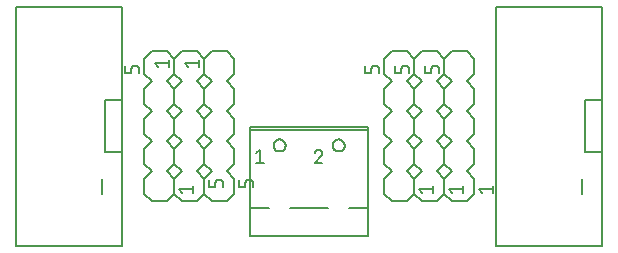
<source format=gto>
G75*
%MOIN*%
%OFA0B0*%
%FSLAX25Y25*%
%IPPOS*%
%LPD*%
%AMOC8*
5,1,8,0,0,1.08239X$1,22.5*
%
%ADD10C,0.00600*%
%ADD11C,0.00500*%
%ADD12C,0.00800*%
D10*
X0058981Y0024000D02*
X0061481Y0021500D01*
X0066481Y0021500D01*
X0068981Y0024000D01*
X0068981Y0029000D01*
X0066481Y0031500D01*
X0068981Y0034000D01*
X0068981Y0039000D01*
X0066481Y0041500D01*
X0068981Y0044000D01*
X0068981Y0049000D01*
X0066481Y0051500D01*
X0068981Y0054000D01*
X0068981Y0059000D01*
X0066481Y0061500D01*
X0068981Y0064000D01*
X0068981Y0069000D01*
X0066481Y0071500D01*
X0061481Y0071500D01*
X0058981Y0069000D01*
X0058981Y0064000D01*
X0061481Y0061500D01*
X0058981Y0059000D01*
X0058981Y0054000D01*
X0061481Y0051500D01*
X0058981Y0049000D01*
X0058981Y0044000D01*
X0061481Y0041500D01*
X0058981Y0039000D01*
X0058981Y0034000D01*
X0061481Y0031500D01*
X0058981Y0029000D01*
X0058981Y0024000D01*
X0068981Y0024000D02*
X0068981Y0029000D01*
X0071481Y0031500D01*
X0068981Y0034000D01*
X0068981Y0039000D01*
X0071481Y0041500D01*
X0068981Y0044000D01*
X0068981Y0049000D01*
X0071481Y0051500D01*
X0068981Y0054000D01*
X0068981Y0059000D01*
X0071481Y0061500D01*
X0068981Y0064000D01*
X0068981Y0069000D01*
X0071481Y0071500D01*
X0076481Y0071500D01*
X0078981Y0069000D01*
X0078981Y0064000D01*
X0076481Y0061500D01*
X0078981Y0059000D01*
X0078981Y0054000D01*
X0076481Y0051500D01*
X0078981Y0049000D01*
X0078981Y0044000D01*
X0076481Y0041500D01*
X0078981Y0039000D01*
X0078981Y0034000D01*
X0076481Y0031500D01*
X0078981Y0029000D01*
X0078981Y0024000D01*
X0076481Y0021500D01*
X0071481Y0021500D01*
X0068981Y0024000D01*
X0078981Y0024000D02*
X0078981Y0029000D01*
X0081481Y0031500D01*
X0078981Y0034000D01*
X0078981Y0039000D01*
X0081481Y0041500D01*
X0078981Y0044000D01*
X0078981Y0049000D01*
X0081481Y0051500D01*
X0078981Y0054000D01*
X0078981Y0059000D01*
X0081481Y0061500D01*
X0078981Y0064000D01*
X0078981Y0069000D01*
X0081481Y0071500D01*
X0086481Y0071500D01*
X0088981Y0069000D01*
X0088981Y0064000D01*
X0086481Y0061500D01*
X0088981Y0059000D01*
X0088981Y0054000D01*
X0086481Y0051500D01*
X0088981Y0049000D01*
X0088981Y0044000D01*
X0086481Y0041500D01*
X0088981Y0039000D01*
X0088981Y0034000D01*
X0086481Y0031500D01*
X0088981Y0029000D01*
X0088981Y0024000D01*
X0086481Y0021500D01*
X0081481Y0021500D01*
X0078981Y0024000D01*
X0094339Y0019402D02*
X0094339Y0045402D01*
X0094339Y0046201D01*
X0133638Y0046201D01*
X0133638Y0045402D01*
X0133638Y0019402D01*
X0133638Y0010000D01*
X0094339Y0010000D01*
X0094339Y0019402D01*
X0100638Y0019402D01*
X0107638Y0019402D02*
X0120339Y0019402D01*
X0127339Y0019402D02*
X0133638Y0019402D01*
X0138981Y0024000D02*
X0141481Y0021500D01*
X0146481Y0021500D01*
X0148981Y0024000D01*
X0151481Y0021500D01*
X0156481Y0021500D01*
X0158981Y0024000D01*
X0161481Y0021500D01*
X0166481Y0021500D01*
X0168981Y0024000D01*
X0168981Y0029000D01*
X0166481Y0031500D01*
X0168981Y0034000D01*
X0168981Y0039000D01*
X0166481Y0041500D01*
X0168981Y0044000D01*
X0168981Y0049000D01*
X0166481Y0051500D01*
X0168981Y0054000D01*
X0168981Y0059000D01*
X0166481Y0061500D01*
X0168981Y0064000D01*
X0168981Y0069000D01*
X0166481Y0071500D01*
X0161481Y0071500D01*
X0158981Y0069000D01*
X0158981Y0064000D01*
X0161481Y0061500D01*
X0158981Y0059000D01*
X0158981Y0054000D01*
X0161481Y0051500D01*
X0158981Y0049000D01*
X0158981Y0044000D01*
X0161481Y0041500D01*
X0158981Y0039000D01*
X0158981Y0034000D01*
X0161481Y0031500D01*
X0158981Y0029000D01*
X0158981Y0024000D01*
X0158981Y0029000D01*
X0156481Y0031500D01*
X0158981Y0034000D01*
X0158981Y0039000D01*
X0156481Y0041500D01*
X0158981Y0044000D01*
X0158981Y0049000D01*
X0156481Y0051500D01*
X0158981Y0054000D01*
X0158981Y0059000D01*
X0156481Y0061500D01*
X0158981Y0064000D01*
X0158981Y0069000D01*
X0156481Y0071500D01*
X0151481Y0071500D01*
X0148981Y0069000D01*
X0148981Y0064000D01*
X0151481Y0061500D01*
X0148981Y0059000D01*
X0148981Y0054000D01*
X0151481Y0051500D01*
X0148981Y0049000D01*
X0148981Y0044000D01*
X0151481Y0041500D01*
X0148981Y0039000D01*
X0148981Y0034000D01*
X0151481Y0031500D01*
X0148981Y0029000D01*
X0148981Y0024000D01*
X0148981Y0029000D01*
X0146481Y0031500D01*
X0148981Y0034000D01*
X0148981Y0039000D01*
X0146481Y0041500D01*
X0148981Y0044000D01*
X0148981Y0049000D01*
X0146481Y0051500D01*
X0148981Y0054000D01*
X0148981Y0059000D01*
X0146481Y0061500D01*
X0148981Y0064000D01*
X0148981Y0069000D01*
X0146481Y0071500D01*
X0141481Y0071500D01*
X0138981Y0069000D01*
X0138981Y0064000D01*
X0141481Y0061500D01*
X0138981Y0059000D01*
X0138981Y0054000D01*
X0141481Y0051500D01*
X0138981Y0049000D01*
X0138981Y0044000D01*
X0141481Y0041500D01*
X0138981Y0039000D01*
X0138981Y0034000D01*
X0141481Y0031500D01*
X0138981Y0029000D01*
X0138981Y0024000D01*
X0121838Y0040200D02*
X0121840Y0040289D01*
X0121846Y0040378D01*
X0121856Y0040467D01*
X0121870Y0040555D01*
X0121887Y0040642D01*
X0121909Y0040728D01*
X0121935Y0040814D01*
X0121964Y0040898D01*
X0121997Y0040981D01*
X0122033Y0041062D01*
X0122074Y0041142D01*
X0122117Y0041219D01*
X0122164Y0041295D01*
X0122215Y0041368D01*
X0122268Y0041439D01*
X0122325Y0041508D01*
X0122385Y0041574D01*
X0122448Y0041638D01*
X0122513Y0041698D01*
X0122581Y0041756D01*
X0122652Y0041810D01*
X0122725Y0041861D01*
X0122800Y0041909D01*
X0122877Y0041954D01*
X0122956Y0041995D01*
X0123037Y0042032D01*
X0123119Y0042066D01*
X0123203Y0042097D01*
X0123288Y0042123D01*
X0123374Y0042146D01*
X0123461Y0042164D01*
X0123549Y0042179D01*
X0123638Y0042190D01*
X0123727Y0042197D01*
X0123816Y0042200D01*
X0123905Y0042199D01*
X0123994Y0042194D01*
X0124082Y0042185D01*
X0124171Y0042172D01*
X0124258Y0042155D01*
X0124345Y0042135D01*
X0124431Y0042110D01*
X0124515Y0042082D01*
X0124598Y0042050D01*
X0124680Y0042014D01*
X0124760Y0041975D01*
X0124838Y0041932D01*
X0124914Y0041886D01*
X0124988Y0041836D01*
X0125060Y0041783D01*
X0125129Y0041727D01*
X0125196Y0041668D01*
X0125260Y0041606D01*
X0125321Y0041542D01*
X0125380Y0041474D01*
X0125435Y0041404D01*
X0125487Y0041332D01*
X0125536Y0041257D01*
X0125581Y0041181D01*
X0125623Y0041102D01*
X0125661Y0041022D01*
X0125696Y0040940D01*
X0125727Y0040856D01*
X0125755Y0040771D01*
X0125778Y0040685D01*
X0125798Y0040598D01*
X0125814Y0040511D01*
X0125826Y0040422D01*
X0125834Y0040334D01*
X0125838Y0040245D01*
X0125838Y0040155D01*
X0125834Y0040066D01*
X0125826Y0039978D01*
X0125814Y0039889D01*
X0125798Y0039802D01*
X0125778Y0039715D01*
X0125755Y0039629D01*
X0125727Y0039544D01*
X0125696Y0039460D01*
X0125661Y0039378D01*
X0125623Y0039298D01*
X0125581Y0039219D01*
X0125536Y0039143D01*
X0125487Y0039068D01*
X0125435Y0038996D01*
X0125380Y0038926D01*
X0125321Y0038858D01*
X0125260Y0038794D01*
X0125196Y0038732D01*
X0125129Y0038673D01*
X0125060Y0038617D01*
X0124988Y0038564D01*
X0124914Y0038514D01*
X0124838Y0038468D01*
X0124760Y0038425D01*
X0124680Y0038386D01*
X0124598Y0038350D01*
X0124515Y0038318D01*
X0124431Y0038290D01*
X0124345Y0038265D01*
X0124258Y0038245D01*
X0124171Y0038228D01*
X0124082Y0038215D01*
X0123994Y0038206D01*
X0123905Y0038201D01*
X0123816Y0038200D01*
X0123727Y0038203D01*
X0123638Y0038210D01*
X0123549Y0038221D01*
X0123461Y0038236D01*
X0123374Y0038254D01*
X0123288Y0038277D01*
X0123203Y0038303D01*
X0123119Y0038334D01*
X0123037Y0038368D01*
X0122956Y0038405D01*
X0122877Y0038446D01*
X0122800Y0038491D01*
X0122725Y0038539D01*
X0122652Y0038590D01*
X0122581Y0038644D01*
X0122513Y0038702D01*
X0122448Y0038762D01*
X0122385Y0038826D01*
X0122325Y0038892D01*
X0122268Y0038961D01*
X0122215Y0039032D01*
X0122164Y0039105D01*
X0122117Y0039181D01*
X0122074Y0039258D01*
X0122033Y0039338D01*
X0121997Y0039419D01*
X0121964Y0039502D01*
X0121935Y0039586D01*
X0121909Y0039672D01*
X0121887Y0039758D01*
X0121870Y0039845D01*
X0121856Y0039933D01*
X0121846Y0040022D01*
X0121840Y0040111D01*
X0121838Y0040200D01*
X0133638Y0045402D02*
X0094339Y0045402D01*
X0102138Y0040200D02*
X0102140Y0040289D01*
X0102146Y0040378D01*
X0102156Y0040467D01*
X0102170Y0040555D01*
X0102187Y0040642D01*
X0102209Y0040728D01*
X0102235Y0040814D01*
X0102264Y0040898D01*
X0102297Y0040981D01*
X0102333Y0041062D01*
X0102374Y0041142D01*
X0102417Y0041219D01*
X0102464Y0041295D01*
X0102515Y0041368D01*
X0102568Y0041439D01*
X0102625Y0041508D01*
X0102685Y0041574D01*
X0102748Y0041638D01*
X0102813Y0041698D01*
X0102881Y0041756D01*
X0102952Y0041810D01*
X0103025Y0041861D01*
X0103100Y0041909D01*
X0103177Y0041954D01*
X0103256Y0041995D01*
X0103337Y0042032D01*
X0103419Y0042066D01*
X0103503Y0042097D01*
X0103588Y0042123D01*
X0103674Y0042146D01*
X0103761Y0042164D01*
X0103849Y0042179D01*
X0103938Y0042190D01*
X0104027Y0042197D01*
X0104116Y0042200D01*
X0104205Y0042199D01*
X0104294Y0042194D01*
X0104382Y0042185D01*
X0104471Y0042172D01*
X0104558Y0042155D01*
X0104645Y0042135D01*
X0104731Y0042110D01*
X0104815Y0042082D01*
X0104898Y0042050D01*
X0104980Y0042014D01*
X0105060Y0041975D01*
X0105138Y0041932D01*
X0105214Y0041886D01*
X0105288Y0041836D01*
X0105360Y0041783D01*
X0105429Y0041727D01*
X0105496Y0041668D01*
X0105560Y0041606D01*
X0105621Y0041542D01*
X0105680Y0041474D01*
X0105735Y0041404D01*
X0105787Y0041332D01*
X0105836Y0041257D01*
X0105881Y0041181D01*
X0105923Y0041102D01*
X0105961Y0041022D01*
X0105996Y0040940D01*
X0106027Y0040856D01*
X0106055Y0040771D01*
X0106078Y0040685D01*
X0106098Y0040598D01*
X0106114Y0040511D01*
X0106126Y0040422D01*
X0106134Y0040334D01*
X0106138Y0040245D01*
X0106138Y0040155D01*
X0106134Y0040066D01*
X0106126Y0039978D01*
X0106114Y0039889D01*
X0106098Y0039802D01*
X0106078Y0039715D01*
X0106055Y0039629D01*
X0106027Y0039544D01*
X0105996Y0039460D01*
X0105961Y0039378D01*
X0105923Y0039298D01*
X0105881Y0039219D01*
X0105836Y0039143D01*
X0105787Y0039068D01*
X0105735Y0038996D01*
X0105680Y0038926D01*
X0105621Y0038858D01*
X0105560Y0038794D01*
X0105496Y0038732D01*
X0105429Y0038673D01*
X0105360Y0038617D01*
X0105288Y0038564D01*
X0105214Y0038514D01*
X0105138Y0038468D01*
X0105060Y0038425D01*
X0104980Y0038386D01*
X0104898Y0038350D01*
X0104815Y0038318D01*
X0104731Y0038290D01*
X0104645Y0038265D01*
X0104558Y0038245D01*
X0104471Y0038228D01*
X0104382Y0038215D01*
X0104294Y0038206D01*
X0104205Y0038201D01*
X0104116Y0038200D01*
X0104027Y0038203D01*
X0103938Y0038210D01*
X0103849Y0038221D01*
X0103761Y0038236D01*
X0103674Y0038254D01*
X0103588Y0038277D01*
X0103503Y0038303D01*
X0103419Y0038334D01*
X0103337Y0038368D01*
X0103256Y0038405D01*
X0103177Y0038446D01*
X0103100Y0038491D01*
X0103025Y0038539D01*
X0102952Y0038590D01*
X0102881Y0038644D01*
X0102813Y0038702D01*
X0102748Y0038762D01*
X0102685Y0038826D01*
X0102625Y0038892D01*
X0102568Y0038961D01*
X0102515Y0039032D01*
X0102464Y0039105D01*
X0102417Y0039181D01*
X0102374Y0039258D01*
X0102333Y0039338D01*
X0102297Y0039419D01*
X0102264Y0039502D01*
X0102235Y0039586D01*
X0102209Y0039672D01*
X0102187Y0039758D01*
X0102170Y0039845D01*
X0102156Y0039933D01*
X0102146Y0040022D01*
X0102140Y0040111D01*
X0102138Y0040200D01*
D11*
X0097638Y0038750D02*
X0097638Y0034250D01*
X0096388Y0034250D02*
X0098888Y0034250D01*
X0096388Y0037750D02*
X0097638Y0038750D01*
X0115888Y0034250D02*
X0118388Y0034250D01*
X0115888Y0034250D02*
X0118013Y0036750D01*
X0117263Y0038750D02*
X0117190Y0038748D01*
X0117118Y0038743D01*
X0117046Y0038734D01*
X0116974Y0038721D01*
X0116903Y0038705D01*
X0116833Y0038685D01*
X0116765Y0038661D01*
X0116697Y0038635D01*
X0116631Y0038604D01*
X0116566Y0038571D01*
X0116504Y0038534D01*
X0116443Y0038495D01*
X0116384Y0038452D01*
X0116327Y0038406D01*
X0116273Y0038358D01*
X0116222Y0038307D01*
X0116172Y0038253D01*
X0116126Y0038197D01*
X0116083Y0038139D01*
X0116042Y0038078D01*
X0116005Y0038016D01*
X0115971Y0037952D01*
X0115940Y0037886D01*
X0115912Y0037819D01*
X0115888Y0037750D01*
X0118013Y0036750D02*
X0118059Y0036796D01*
X0118103Y0036845D01*
X0118143Y0036896D01*
X0118181Y0036949D01*
X0118216Y0037004D01*
X0118248Y0037061D01*
X0118277Y0037119D01*
X0118303Y0037179D01*
X0118325Y0037241D01*
X0118344Y0037303D01*
X0118360Y0037366D01*
X0118372Y0037430D01*
X0118381Y0037495D01*
X0118386Y0037560D01*
X0118388Y0037625D01*
X0118386Y0037690D01*
X0118380Y0037756D01*
X0118371Y0037820D01*
X0118358Y0037884D01*
X0118341Y0037948D01*
X0118320Y0038010D01*
X0118296Y0038071D01*
X0118268Y0038130D01*
X0118237Y0038188D01*
X0118203Y0038243D01*
X0118165Y0038297D01*
X0118125Y0038348D01*
X0118081Y0038397D01*
X0118035Y0038443D01*
X0117986Y0038487D01*
X0117935Y0038527D01*
X0117881Y0038565D01*
X0117826Y0038599D01*
X0117768Y0038630D01*
X0117709Y0038658D01*
X0117648Y0038682D01*
X0117586Y0038703D01*
X0117522Y0038720D01*
X0117458Y0038733D01*
X0117394Y0038742D01*
X0117328Y0038748D01*
X0117263Y0038750D01*
X0094231Y0028750D02*
X0093731Y0028750D01*
X0093671Y0028748D01*
X0093610Y0028743D01*
X0093551Y0028734D01*
X0093492Y0028721D01*
X0093433Y0028705D01*
X0093376Y0028685D01*
X0093321Y0028662D01*
X0093266Y0028635D01*
X0093214Y0028606D01*
X0093163Y0028573D01*
X0093114Y0028537D01*
X0093068Y0028499D01*
X0093024Y0028457D01*
X0092982Y0028413D01*
X0092944Y0028367D01*
X0092908Y0028318D01*
X0092875Y0028267D01*
X0092846Y0028215D01*
X0092819Y0028160D01*
X0092796Y0028105D01*
X0092776Y0028048D01*
X0092760Y0027989D01*
X0092747Y0027930D01*
X0092738Y0027871D01*
X0092733Y0027810D01*
X0092731Y0027750D01*
X0092731Y0026250D01*
X0090731Y0026250D01*
X0090731Y0028750D01*
X0094231Y0028750D02*
X0094291Y0028748D01*
X0094352Y0028743D01*
X0094411Y0028734D01*
X0094470Y0028721D01*
X0094529Y0028705D01*
X0094586Y0028685D01*
X0094641Y0028662D01*
X0094696Y0028635D01*
X0094748Y0028606D01*
X0094799Y0028573D01*
X0094848Y0028537D01*
X0094894Y0028499D01*
X0094938Y0028457D01*
X0094980Y0028413D01*
X0095018Y0028367D01*
X0095054Y0028318D01*
X0095087Y0028267D01*
X0095116Y0028215D01*
X0095143Y0028160D01*
X0095166Y0028105D01*
X0095186Y0028048D01*
X0095202Y0027989D01*
X0095215Y0027930D01*
X0095224Y0027871D01*
X0095229Y0027810D01*
X0095231Y0027750D01*
X0095231Y0026250D01*
X0085231Y0026250D02*
X0085231Y0027750D01*
X0085229Y0027810D01*
X0085224Y0027871D01*
X0085215Y0027930D01*
X0085202Y0027989D01*
X0085186Y0028048D01*
X0085166Y0028105D01*
X0085143Y0028160D01*
X0085116Y0028215D01*
X0085087Y0028267D01*
X0085054Y0028318D01*
X0085018Y0028367D01*
X0084980Y0028413D01*
X0084938Y0028457D01*
X0084894Y0028499D01*
X0084848Y0028537D01*
X0084799Y0028573D01*
X0084748Y0028606D01*
X0084696Y0028635D01*
X0084641Y0028662D01*
X0084586Y0028685D01*
X0084529Y0028705D01*
X0084470Y0028721D01*
X0084411Y0028734D01*
X0084352Y0028743D01*
X0084291Y0028748D01*
X0084231Y0028750D01*
X0083731Y0028750D01*
X0083671Y0028748D01*
X0083610Y0028743D01*
X0083551Y0028734D01*
X0083492Y0028721D01*
X0083433Y0028705D01*
X0083376Y0028685D01*
X0083321Y0028662D01*
X0083266Y0028635D01*
X0083214Y0028606D01*
X0083163Y0028573D01*
X0083114Y0028537D01*
X0083068Y0028499D01*
X0083024Y0028457D01*
X0082982Y0028413D01*
X0082944Y0028367D01*
X0082908Y0028318D01*
X0082875Y0028267D01*
X0082846Y0028215D01*
X0082819Y0028160D01*
X0082796Y0028105D01*
X0082776Y0028048D01*
X0082760Y0027989D01*
X0082747Y0027930D01*
X0082738Y0027871D01*
X0082733Y0027810D01*
X0082731Y0027750D01*
X0082731Y0026250D01*
X0080731Y0026250D01*
X0080731Y0028750D01*
X0075231Y0026750D02*
X0075231Y0024250D01*
X0075231Y0025500D02*
X0070731Y0025500D01*
X0071731Y0024250D01*
X0150731Y0025500D02*
X0151731Y0024250D01*
X0150731Y0025500D02*
X0155231Y0025500D01*
X0155231Y0024250D02*
X0155231Y0026750D01*
X0160731Y0025500D02*
X0165231Y0025500D01*
X0165231Y0024250D02*
X0165231Y0026750D01*
X0161731Y0024250D02*
X0160731Y0025500D01*
X0170731Y0025500D02*
X0171731Y0024250D01*
X0170731Y0025500D02*
X0175231Y0025500D01*
X0175231Y0024250D02*
X0175231Y0026750D01*
X0157231Y0064250D02*
X0157231Y0065750D01*
X0157229Y0065810D01*
X0157224Y0065871D01*
X0157215Y0065930D01*
X0157202Y0065989D01*
X0157186Y0066048D01*
X0157166Y0066105D01*
X0157143Y0066160D01*
X0157116Y0066215D01*
X0157087Y0066267D01*
X0157054Y0066318D01*
X0157018Y0066367D01*
X0156980Y0066413D01*
X0156938Y0066457D01*
X0156894Y0066499D01*
X0156848Y0066537D01*
X0156799Y0066573D01*
X0156748Y0066606D01*
X0156696Y0066635D01*
X0156641Y0066662D01*
X0156586Y0066685D01*
X0156529Y0066705D01*
X0156470Y0066721D01*
X0156411Y0066734D01*
X0156352Y0066743D01*
X0156291Y0066748D01*
X0156231Y0066750D01*
X0155731Y0066750D01*
X0155671Y0066748D01*
X0155610Y0066743D01*
X0155551Y0066734D01*
X0155492Y0066721D01*
X0155433Y0066705D01*
X0155376Y0066685D01*
X0155321Y0066662D01*
X0155266Y0066635D01*
X0155214Y0066606D01*
X0155163Y0066573D01*
X0155114Y0066537D01*
X0155068Y0066499D01*
X0155024Y0066457D01*
X0154982Y0066413D01*
X0154944Y0066367D01*
X0154908Y0066318D01*
X0154875Y0066267D01*
X0154846Y0066215D01*
X0154819Y0066160D01*
X0154796Y0066105D01*
X0154776Y0066048D01*
X0154760Y0065989D01*
X0154747Y0065930D01*
X0154738Y0065871D01*
X0154733Y0065810D01*
X0154731Y0065750D01*
X0154731Y0064250D01*
X0152731Y0064250D01*
X0152731Y0066750D01*
X0147231Y0065750D02*
X0147231Y0064250D01*
X0147231Y0065750D02*
X0147229Y0065810D01*
X0147224Y0065871D01*
X0147215Y0065930D01*
X0147202Y0065989D01*
X0147186Y0066048D01*
X0147166Y0066105D01*
X0147143Y0066160D01*
X0147116Y0066215D01*
X0147087Y0066267D01*
X0147054Y0066318D01*
X0147018Y0066367D01*
X0146980Y0066413D01*
X0146938Y0066457D01*
X0146894Y0066499D01*
X0146848Y0066537D01*
X0146799Y0066573D01*
X0146748Y0066606D01*
X0146696Y0066635D01*
X0146641Y0066662D01*
X0146586Y0066685D01*
X0146529Y0066705D01*
X0146470Y0066721D01*
X0146411Y0066734D01*
X0146352Y0066743D01*
X0146291Y0066748D01*
X0146231Y0066750D01*
X0145731Y0066750D01*
X0145671Y0066748D01*
X0145610Y0066743D01*
X0145551Y0066734D01*
X0145492Y0066721D01*
X0145433Y0066705D01*
X0145376Y0066685D01*
X0145321Y0066662D01*
X0145266Y0066635D01*
X0145214Y0066606D01*
X0145163Y0066573D01*
X0145114Y0066537D01*
X0145068Y0066499D01*
X0145024Y0066457D01*
X0144982Y0066413D01*
X0144944Y0066367D01*
X0144908Y0066318D01*
X0144875Y0066267D01*
X0144846Y0066215D01*
X0144819Y0066160D01*
X0144796Y0066105D01*
X0144776Y0066048D01*
X0144760Y0065989D01*
X0144747Y0065930D01*
X0144738Y0065871D01*
X0144733Y0065810D01*
X0144731Y0065750D01*
X0144731Y0064250D01*
X0142731Y0064250D01*
X0142731Y0066750D01*
X0137231Y0065750D02*
X0137231Y0064250D01*
X0137231Y0065750D02*
X0137229Y0065810D01*
X0137224Y0065871D01*
X0137215Y0065930D01*
X0137202Y0065989D01*
X0137186Y0066048D01*
X0137166Y0066105D01*
X0137143Y0066160D01*
X0137116Y0066215D01*
X0137087Y0066267D01*
X0137054Y0066318D01*
X0137018Y0066367D01*
X0136980Y0066413D01*
X0136938Y0066457D01*
X0136894Y0066499D01*
X0136848Y0066537D01*
X0136799Y0066573D01*
X0136748Y0066606D01*
X0136696Y0066635D01*
X0136641Y0066662D01*
X0136586Y0066685D01*
X0136529Y0066705D01*
X0136470Y0066721D01*
X0136411Y0066734D01*
X0136352Y0066743D01*
X0136291Y0066748D01*
X0136231Y0066750D01*
X0135731Y0066750D01*
X0135671Y0066748D01*
X0135610Y0066743D01*
X0135551Y0066734D01*
X0135492Y0066721D01*
X0135433Y0066705D01*
X0135376Y0066685D01*
X0135321Y0066662D01*
X0135266Y0066635D01*
X0135214Y0066606D01*
X0135163Y0066573D01*
X0135114Y0066537D01*
X0135068Y0066499D01*
X0135024Y0066457D01*
X0134982Y0066413D01*
X0134944Y0066367D01*
X0134908Y0066318D01*
X0134875Y0066267D01*
X0134846Y0066215D01*
X0134819Y0066160D01*
X0134796Y0066105D01*
X0134776Y0066048D01*
X0134760Y0065989D01*
X0134747Y0065930D01*
X0134738Y0065871D01*
X0134733Y0065810D01*
X0134731Y0065750D01*
X0134731Y0064250D01*
X0132731Y0064250D01*
X0132731Y0066750D01*
X0077231Y0066250D02*
X0077231Y0068750D01*
X0077231Y0067500D02*
X0072731Y0067500D01*
X0073731Y0066250D01*
X0067231Y0066250D02*
X0067231Y0068750D01*
X0067231Y0067500D02*
X0062731Y0067500D01*
X0063731Y0066250D01*
X0057231Y0065750D02*
X0057231Y0064250D01*
X0057231Y0065750D02*
X0057229Y0065810D01*
X0057224Y0065871D01*
X0057215Y0065930D01*
X0057202Y0065989D01*
X0057186Y0066048D01*
X0057166Y0066105D01*
X0057143Y0066160D01*
X0057116Y0066215D01*
X0057087Y0066267D01*
X0057054Y0066318D01*
X0057018Y0066367D01*
X0056980Y0066413D01*
X0056938Y0066457D01*
X0056894Y0066499D01*
X0056848Y0066537D01*
X0056799Y0066573D01*
X0056748Y0066606D01*
X0056696Y0066635D01*
X0056641Y0066662D01*
X0056586Y0066685D01*
X0056529Y0066705D01*
X0056470Y0066721D01*
X0056411Y0066734D01*
X0056352Y0066743D01*
X0056291Y0066748D01*
X0056231Y0066750D01*
X0055731Y0066750D01*
X0055671Y0066748D01*
X0055610Y0066743D01*
X0055551Y0066734D01*
X0055492Y0066721D01*
X0055433Y0066705D01*
X0055376Y0066685D01*
X0055321Y0066662D01*
X0055266Y0066635D01*
X0055214Y0066606D01*
X0055163Y0066573D01*
X0055114Y0066537D01*
X0055068Y0066499D01*
X0055024Y0066457D01*
X0054982Y0066413D01*
X0054944Y0066367D01*
X0054908Y0066318D01*
X0054875Y0066267D01*
X0054846Y0066215D01*
X0054819Y0066160D01*
X0054796Y0066105D01*
X0054776Y0066048D01*
X0054760Y0065989D01*
X0054747Y0065930D01*
X0054738Y0065871D01*
X0054733Y0065810D01*
X0054731Y0065750D01*
X0054731Y0064250D01*
X0052731Y0064250D01*
X0052731Y0066750D01*
D12*
X0016264Y0086264D02*
X0016264Y0006736D01*
X0016658Y0006736D02*
X0051697Y0006736D01*
X0051697Y0037839D01*
X0045792Y0037839D01*
X0045792Y0055161D01*
X0051697Y0055161D01*
X0051697Y0037839D01*
X0044906Y0029000D02*
X0044906Y0024000D01*
X0051697Y0055161D02*
X0051697Y0086264D01*
X0016264Y0086264D01*
X0176264Y0086264D02*
X0211697Y0086264D01*
X0211697Y0055161D01*
X0205792Y0055161D01*
X0205792Y0037839D01*
X0211697Y0037839D01*
X0211697Y0006736D01*
X0176658Y0006736D01*
X0176264Y0006736D02*
X0176264Y0086264D01*
X0211697Y0055161D02*
X0211697Y0037839D01*
X0204906Y0029000D02*
X0204906Y0024000D01*
M02*

</source>
